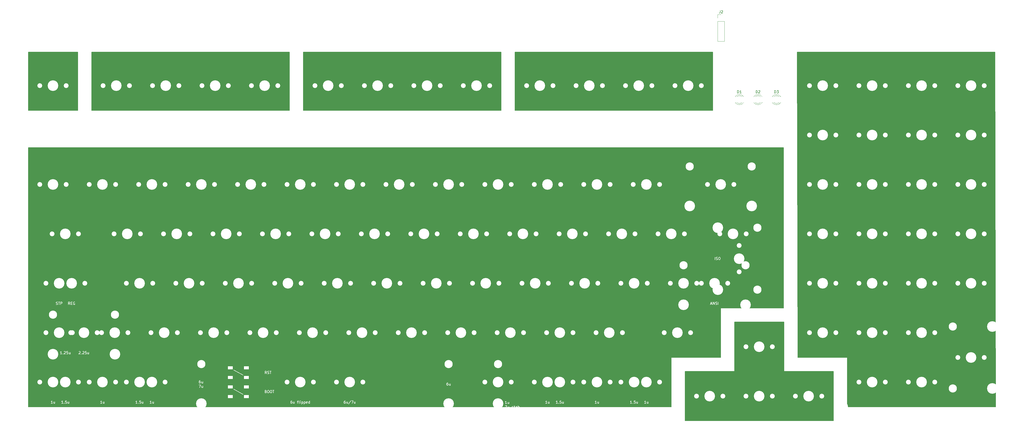
<source format=gbr>
G04 #@! TF.GenerationSoftware,KiCad,Pcbnew,(5.1.6)-1*
G04 #@! TF.CreationDate,2020-07-04T01:33:36+02:00*
G04 #@! TF.ProjectId,E80-1800-pcb-universal,4538302d-3138-4303-902d-7063622d756e,rev?*
G04 #@! TF.SameCoordinates,Original*
G04 #@! TF.FileFunction,Legend,Top*
G04 #@! TF.FilePolarity,Positive*
%FSLAX46Y46*%
G04 Gerber Fmt 4.6, Leading zero omitted, Abs format (unit mm)*
G04 Created by KiCad (PCBNEW (5.1.6)-1) date 2020-07-04 01:33:36*
%MOMM*%
%LPD*%
G01*
G04 APERTURE LIST*
%ADD10C,3.000000*%
%ADD11C,0.150000*%
%ADD12C,0.120000*%
%ADD13R,1.900000X1.200000*%
%ADD14C,4.100000*%
%ADD15C,1.900000*%
%ADD16R,1.900000X1.900000*%
%ADD17C,6.100000*%
%ADD18O,1.100000X2.200000*%
%ADD19C,0.750000*%
%ADD20O,1.100000X1.700000*%
%ADD21O,1.800000X1.800000*%
%ADD22R,1.800000X1.800000*%
%ADD23C,1.850000*%
%ADD24C,4.087800*%
%ADD25C,3.148000*%
G04 APERTURE END LIST*
D10*
G36*
X281432000Y-85725000D02*
G01*
X257175000Y-85725000D01*
X257175000Y-104775000D01*
X238125000Y-104775000D01*
X238125000Y-123825000D01*
X-9525000Y-123825000D01*
X-9500000Y-23881996D01*
X281432000Y-23870004D01*
X281432000Y-85725000D01*
G37*
X281432000Y-85725000D02*
X257175000Y-85725000D01*
X257175000Y-104775000D01*
X238125000Y-104775000D01*
X238125000Y-123825000D01*
X-9525000Y-123825000D01*
X-9500000Y-23881996D01*
X281432000Y-23870004D01*
X281432000Y-85725000D01*
G36*
X281583025Y-110132913D02*
G01*
X300633025Y-110132913D01*
X300633025Y-129182913D01*
X243483025Y-129182913D01*
X243483025Y-110132913D01*
X262533025Y-110132913D01*
X262533025Y-91082913D01*
X281583025Y-91082913D01*
X281583025Y-110132913D01*
G37*
X281583025Y-110132913D02*
X300633025Y-110132913D01*
X300633025Y-129182913D01*
X243483025Y-129182913D01*
X243483025Y-110132913D01*
X262533025Y-110132913D01*
X262533025Y-91082913D01*
X281583025Y-91082913D01*
X281583025Y-110132913D01*
G36*
X363140890Y-123825000D02*
G01*
X305990890Y-123825000D01*
X305990890Y-104775000D01*
X286940890Y-104775000D01*
X286686980Y13000000D01*
X362886980Y13000000D01*
X363140890Y-123825000D01*
G37*
X363140890Y-123825000D02*
X305990890Y-123825000D01*
X305990890Y-104775000D01*
X286940890Y-104775000D01*
X286686980Y13000000D01*
X362886980Y13000000D01*
X363140890Y-123825000D01*
G36*
X254198595Y-9525000D02*
G01*
X177998595Y-9525000D01*
X177998595Y13000000D01*
X254198595Y13000000D01*
X254198595Y-9525000D01*
G37*
X254198595Y-9525000D02*
X177998595Y-9525000D01*
X177998595Y13000000D01*
X254198595Y13000000D01*
X254198595Y-9525000D01*
G36*
X172640714Y-9525000D02*
G01*
X96440714Y-9525000D01*
X96440714Y13000000D01*
X172640714Y13000000D01*
X172640714Y-9525000D01*
G37*
X172640714Y-9525000D02*
X96440714Y-9525000D01*
X96440714Y13000000D01*
X172640714Y13000000D01*
X172640714Y-9525000D01*
G36*
X91082833Y-9525000D02*
G01*
X14882833Y-9525000D01*
X14882833Y13000000D01*
X91082833Y13000000D01*
X91082833Y-9525000D01*
G37*
X91082833Y-9525000D02*
X14882833Y-9525000D01*
X14882833Y13000000D01*
X91082833Y13000000D01*
X91082833Y-9525000D01*
G36*
X9525000Y-9525000D02*
G01*
X-9525000Y-9525000D01*
X-9525000Y13000000D01*
X9525000Y13000000D01*
X9525000Y-9525000D01*
G37*
X9525000Y-9525000D02*
X-9525000Y-9525000D01*
X-9525000Y13000000D01*
X9525000Y13000000D01*
X9525000Y-9525000D01*
D11*
X68830242Y-108009996D02*
X74030242Y-108009996D01*
X74030242Y-108009996D02*
X74030242Y-113209996D01*
X74030242Y-113209996D02*
X68830242Y-113209996D01*
X68830242Y-113209996D02*
X68830242Y-108009996D01*
X72430242Y-110609996D02*
G75*
G03*
X72430242Y-110609996I-1000000J0D01*
G01*
D12*
X277125992Y-4121792D02*
X277125992Y-4277792D01*
X277125992Y-6437792D02*
X277125992Y-6593792D01*
X279727122Y-6437629D02*
G75*
G02*
X277645031Y-6437792I-1041130J1079837D01*
G01*
X279727122Y-4277955D02*
G75*
G03*
X277645031Y-4277792I-1041130J-1079837D01*
G01*
X280358327Y-6436400D02*
G75*
G02*
X277125992Y-6593308I-1672335J1078608D01*
G01*
X280358327Y-4279184D02*
G75*
G03*
X277125992Y-4122276I-1672335J-1078608D01*
G01*
X269981992Y-4121792D02*
X269981992Y-4277792D01*
X269981992Y-6437792D02*
X269981992Y-6593792D01*
X272583122Y-6437629D02*
G75*
G02*
X270501031Y-6437792I-1041130J1079837D01*
G01*
X272583122Y-4277955D02*
G75*
G03*
X270501031Y-4277792I-1041130J-1079837D01*
G01*
X273214327Y-6436400D02*
G75*
G02*
X269981992Y-6593308I-1672335J1078608D01*
G01*
X273214327Y-4279184D02*
G75*
G03*
X269981992Y-4122276I-1672335J-1078608D01*
G01*
X262837992Y-4121792D02*
X262837992Y-4277792D01*
X262837992Y-6437792D02*
X262837992Y-6593792D01*
X265439122Y-6437629D02*
G75*
G02*
X263357031Y-6437792I-1041130J1079837D01*
G01*
X265439122Y-4277955D02*
G75*
G03*
X263357031Y-4277792I-1041130J-1079837D01*
G01*
X266070327Y-6436400D02*
G75*
G02*
X262837992Y-6593308I-1672335J1078608D01*
G01*
X266070327Y-4279184D02*
G75*
G03*
X262837992Y-4122276I-1672335J-1078608D01*
G01*
X256011390Y17148500D02*
X258671390Y17148500D01*
X256011390Y24828500D02*
X256011390Y17148500D01*
X258671390Y24828500D02*
X258671390Y17148500D01*
X256011390Y24828500D02*
X258671390Y24828500D01*
X256011390Y26098500D02*
X256011390Y27428500D01*
X256011390Y27428500D02*
X257341390Y27428500D01*
D11*
X72430242Y-117992422D02*
G75*
G03*
X72430242Y-117992422I-1000000J0D01*
G01*
X68830242Y-120592422D02*
X68830242Y-115392422D01*
X74030242Y-120592422D02*
X68830242Y-120592422D01*
X74030242Y-115392422D02*
X74030242Y-120592422D01*
X68830242Y-115392422D02*
X74030242Y-115392422D01*
X70096908Y-115078757D02*
X70239765Y-115126376D01*
X70477861Y-115126376D01*
X70573099Y-115078757D01*
X70620718Y-115031138D01*
X70668337Y-114935900D01*
X70668337Y-114840662D01*
X70620718Y-114745424D01*
X70573099Y-114697805D01*
X70477861Y-114650186D01*
X70287384Y-114602567D01*
X70192146Y-114554948D01*
X70144527Y-114507329D01*
X70096908Y-114412091D01*
X70096908Y-114316853D01*
X70144527Y-114221615D01*
X70192146Y-114173996D01*
X70287384Y-114126376D01*
X70525480Y-114126376D01*
X70668337Y-114173996D01*
X71001670Y-114126376D02*
X71239765Y-115126376D01*
X71430242Y-114412091D01*
X71620718Y-115126376D01*
X71858813Y-114126376D01*
X72763575Y-115126376D02*
X72192146Y-115126376D01*
X72477861Y-115126376D02*
X72477861Y-114126376D01*
X72382622Y-114269234D01*
X72287384Y-114364472D01*
X72192146Y-114412091D01*
X277947896Y-2850172D02*
X277947896Y-1850172D01*
X278185992Y-1850172D01*
X278328849Y-1897792D01*
X278424087Y-1993030D01*
X278471706Y-2088268D01*
X278519325Y-2278744D01*
X278519325Y-2421601D01*
X278471706Y-2612077D01*
X278424087Y-2707315D01*
X278328849Y-2802553D01*
X278185992Y-2850172D01*
X277947896Y-2850172D01*
X278852658Y-1850172D02*
X279471706Y-1850172D01*
X279138372Y-2231125D01*
X279281230Y-2231125D01*
X279376468Y-2278744D01*
X279424087Y-2326363D01*
X279471706Y-2421601D01*
X279471706Y-2659696D01*
X279424087Y-2754934D01*
X279376468Y-2802553D01*
X279281230Y-2850172D01*
X278995515Y-2850172D01*
X278900277Y-2802553D01*
X278852658Y-2754934D01*
X270803896Y-2850172D02*
X270803896Y-1850172D01*
X271041992Y-1850172D01*
X271184849Y-1897792D01*
X271280087Y-1993030D01*
X271327706Y-2088268D01*
X271375325Y-2278744D01*
X271375325Y-2421601D01*
X271327706Y-2612077D01*
X271280087Y-2707315D01*
X271184849Y-2802553D01*
X271041992Y-2850172D01*
X270803896Y-2850172D01*
X271756277Y-1945411D02*
X271803896Y-1897792D01*
X271899134Y-1850172D01*
X272137230Y-1850172D01*
X272232468Y-1897792D01*
X272280087Y-1945411D01*
X272327706Y-2040649D01*
X272327706Y-2135887D01*
X272280087Y-2278744D01*
X271708658Y-2850172D01*
X272327706Y-2850172D01*
X263659896Y-2850172D02*
X263659896Y-1850172D01*
X263897992Y-1850172D01*
X264040849Y-1897792D01*
X264136087Y-1993030D01*
X264183706Y-2088268D01*
X264231325Y-2278744D01*
X264231325Y-2421601D01*
X264183706Y-2612077D01*
X264136087Y-2707315D01*
X264040849Y-2802553D01*
X263897992Y-2850172D01*
X263659896Y-2850172D01*
X265183706Y-2850172D02*
X264612277Y-2850172D01*
X264897992Y-2850172D02*
X264897992Y-1850172D01*
X264802753Y-1993030D01*
X264707515Y-2088268D01*
X264612277Y-2135887D01*
X257008056Y28976119D02*
X257008056Y28261833D01*
X256960437Y28118976D01*
X256865199Y28023738D01*
X256722342Y27976119D01*
X256627104Y27976119D01*
X257436628Y28880880D02*
X257484247Y28928500D01*
X257579485Y28976119D01*
X257817580Y28976119D01*
X257912818Y28928500D01*
X257960437Y28880880D01*
X258008056Y28785642D01*
X258008056Y28690404D01*
X257960437Y28547547D01*
X257389009Y27976119D01*
X258008056Y27976119D01*
X70096908Y-122461183D02*
X70239765Y-122508802D01*
X70477861Y-122508802D01*
X70573099Y-122461183D01*
X70620718Y-122413564D01*
X70668337Y-122318326D01*
X70668337Y-122223088D01*
X70620718Y-122127850D01*
X70573099Y-122080231D01*
X70477861Y-122032612D01*
X70287384Y-121984993D01*
X70192146Y-121937374D01*
X70144527Y-121889755D01*
X70096908Y-121794517D01*
X70096908Y-121699279D01*
X70144527Y-121604041D01*
X70192146Y-121556422D01*
X70287384Y-121508802D01*
X70525480Y-121508802D01*
X70668337Y-121556422D01*
X71001670Y-121508802D02*
X71239765Y-122508802D01*
X71430242Y-121794517D01*
X71620718Y-122508802D01*
X71858813Y-121508802D01*
X72192146Y-121604041D02*
X72239765Y-121556422D01*
X72335003Y-121508802D01*
X72573099Y-121508802D01*
X72668337Y-121556422D01*
X72715956Y-121604041D01*
X72763575Y-121699279D01*
X72763575Y-121794517D01*
X72715956Y-121937374D01*
X72144527Y-122508802D01*
X72763575Y-122508802D01*
%LPC*%
D13*
X68330242Y-112459996D03*
X74530242Y-108759996D03*
X68330242Y-108759996D03*
X74530242Y-112459996D03*
D14*
X304204992Y-123824992D03*
D15*
X279955992Y-5357792D03*
D16*
X277415992Y-5357792D03*
D15*
X272811992Y-5357792D03*
D16*
X270271992Y-5357792D03*
D15*
X265667992Y-5357792D03*
D16*
X263127992Y-5357792D03*
D17*
X309194898Y21550008D03*
X241410992Y-19049992D03*
X49410992Y-19049992D03*
D18*
X320525890Y23646000D03*
X311885890Y23646000D03*
D19*
X313315890Y24176000D03*
D20*
X311885890Y27826000D03*
D19*
X319095890Y24176000D03*
D20*
X320525890Y27826000D03*
D21*
X257341390Y18478500D03*
X257341390Y21018500D03*
X257341390Y23558500D03*
D22*
X257341390Y26098500D03*
D23*
X7461250Y-76200000D03*
X-2698750Y-76200000D03*
D24*
X2381250Y-76200000D03*
X171450000Y-122555000D03*
D25*
X171450000Y-107315000D03*
D23*
X119380000Y-114300000D03*
X109220000Y-114300000D03*
D24*
X114300000Y-114300000D03*
D23*
X100330100Y-114300120D03*
X90170100Y-114300120D03*
D24*
X95250100Y-114300120D03*
D23*
X228917500Y-114300000D03*
X218757500Y-114300000D03*
D24*
X223837500Y-114300000D03*
D23*
X200342500Y-114300000D03*
X190182500Y-114300000D03*
D24*
X195262500Y-114300000D03*
D23*
X38417500Y-114300000D03*
X28257500Y-114300000D03*
D24*
X33337500Y-114300000D03*
D23*
X9842500Y-114300000D03*
X-317500Y-114300000D03*
D24*
X4762500Y-114300000D03*
X256063750Y-54737000D03*
X256063750Y-78613000D03*
D25*
X271303750Y-54737000D03*
X271303750Y-78613000D03*
D23*
X264318750Y-71755000D03*
X264318750Y-61595000D03*
D24*
X264318750Y-66675000D03*
X361870890Y-92837000D03*
X361870890Y-116713000D03*
D25*
X346630890Y-92837000D03*
X346630890Y-116713000D03*
D23*
X358695890Y-104775000D03*
X348535890Y-104775000D03*
D24*
X353615890Y-104775000D03*
D23*
X9842500Y-57150000D03*
X-317500Y-57150000D03*
D24*
X4762500Y-57150000D03*
D23*
X12223750Y-76200000D03*
X2063750Y-76200000D03*
D24*
X7143750Y-76200000D03*
D23*
X245586250Y-95250000D03*
X235426250Y-95250000D03*
D24*
X240506250Y-95250000D03*
D13*
X68330242Y-119842422D03*
X74530242Y-116142422D03*
X68330242Y-116142422D03*
X74530242Y-119842422D03*
D23*
X339645890Y-114300000D03*
X329485890Y-114300000D03*
D24*
X334565890Y-114300000D03*
D23*
X320595890Y-114300000D03*
X310435890Y-114300000D03*
D24*
X315515890Y-114300000D03*
D23*
X296188025Y-119657913D03*
X286028025Y-119657913D03*
D24*
X291108025Y-119657913D03*
D23*
X277138025Y-119657913D03*
X266978025Y-119657913D03*
D24*
X272058025Y-119657913D03*
D23*
X258088025Y-119657913D03*
X247928025Y-119657913D03*
D24*
X253008025Y-119657913D03*
D23*
X233680000Y-114300000D03*
X223520000Y-114300000D03*
D24*
X228600000Y-114300000D03*
D23*
X214630000Y-114300000D03*
X204470000Y-114300000D03*
D24*
X209550000Y-114300000D03*
D23*
X195580000Y-114300000D03*
X185420000Y-114300000D03*
D24*
X190500000Y-114300000D03*
D23*
X176530000Y-114300000D03*
X166370000Y-114300000D03*
D24*
X171450000Y-114300000D03*
X152400000Y-122555000D03*
X57150000Y-122555000D03*
D25*
X152400000Y-107315000D03*
X57150000Y-107315000D03*
D23*
X119380000Y-114300000D03*
X109220000Y-114300000D03*
D24*
X114300000Y-114300000D03*
D23*
X43180000Y-114300000D03*
X33020000Y-114300000D03*
D24*
X38100000Y-114300000D03*
D23*
X24130000Y-114300000D03*
X13970000Y-114300000D03*
D24*
X19050000Y-114300000D03*
D23*
X5080000Y-114300000D03*
X-5080000Y-114300000D03*
D24*
X0Y-114300000D03*
D23*
X339645890Y-95250000D03*
X329485890Y-95250000D03*
D24*
X334565890Y-95250000D03*
D23*
X320595890Y-95250000D03*
X310435890Y-95250000D03*
D24*
X315515890Y-95250000D03*
D23*
X301545890Y-95250000D03*
X291385890Y-95250000D03*
D24*
X296465890Y-95250000D03*
D23*
X277138025Y-100607913D03*
X266978025Y-100607913D03*
D24*
X272058025Y-100607913D03*
D23*
X219392500Y-95250000D03*
X209232500Y-95250000D03*
D24*
X214312500Y-95250000D03*
D23*
X200342500Y-95250000D03*
X190182500Y-95250000D03*
D24*
X195262500Y-95250000D03*
D23*
X181292500Y-95250000D03*
X171132500Y-95250000D03*
D24*
X176212500Y-95250000D03*
D23*
X162242500Y-95250000D03*
X152082500Y-95250000D03*
D24*
X157162500Y-95250000D03*
D23*
X143192500Y-95250000D03*
X133032500Y-95250000D03*
D24*
X138112500Y-95250000D03*
D23*
X124142500Y-95250000D03*
X113982500Y-95250000D03*
D24*
X119062500Y-95250000D03*
D23*
X105092500Y-95250000D03*
X94932500Y-95250000D03*
D24*
X100012500Y-95250000D03*
D23*
X86042500Y-95250000D03*
X75882500Y-95250000D03*
D24*
X80962500Y-95250000D03*
D23*
X66992500Y-95250000D03*
X56832500Y-95250000D03*
D24*
X61912500Y-95250000D03*
D23*
X47942500Y-95250000D03*
X37782500Y-95250000D03*
D24*
X42862500Y-95250000D03*
D23*
X28892500Y-95250000D03*
X18732500Y-95250000D03*
D24*
X23812500Y-95250000D03*
X23844250Y-103505000D03*
X-31750Y-103505000D03*
D25*
X23844250Y-88265000D03*
X-31750Y-88265000D03*
D23*
X16986250Y-95250000D03*
X6826250Y-95250000D03*
D24*
X11906250Y-95250000D03*
D23*
X7461250Y-95250000D03*
X-2698750Y-95250000D03*
D24*
X2381250Y-95250000D03*
D23*
X358695890Y-76200000D03*
X348535890Y-76200000D03*
D24*
X353615890Y-76200000D03*
D23*
X339645890Y-76200000D03*
X329485890Y-76200000D03*
D24*
X334565890Y-76200000D03*
D23*
X320595890Y-76200000D03*
X310435890Y-76200000D03*
D24*
X315515890Y-76200000D03*
D23*
X301545890Y-76200000D03*
X291385890Y-76200000D03*
D24*
X296465890Y-76200000D03*
X266731750Y-84455000D03*
X242855750Y-84455000D03*
D25*
X266731750Y-69215000D03*
X242855750Y-69215000D03*
D23*
X259873750Y-76200000D03*
X249713750Y-76200000D03*
D24*
X254793750Y-76200000D03*
D23*
X247967500Y-76200000D03*
X237807500Y-76200000D03*
D24*
X242887500Y-76200000D03*
D23*
X228917500Y-76200000D03*
X218757500Y-76200000D03*
D24*
X223837500Y-76200000D03*
D23*
X209867500Y-76200000D03*
X199707500Y-76200000D03*
D24*
X204787500Y-76200000D03*
D23*
X190817500Y-76200000D03*
X180657500Y-76200000D03*
D24*
X185737500Y-76200000D03*
D23*
X171767500Y-76200000D03*
X161607500Y-76200000D03*
D24*
X166687500Y-76200000D03*
D23*
X152717500Y-76200000D03*
X142557500Y-76200000D03*
D24*
X147637500Y-76200000D03*
D23*
X133667500Y-76200000D03*
X123507500Y-76200000D03*
D24*
X128587500Y-76200000D03*
D23*
X114617500Y-76200000D03*
X104457500Y-76200000D03*
D24*
X109537500Y-76200000D03*
D23*
X95567500Y-76200000D03*
X85407500Y-76200000D03*
D24*
X90487500Y-76200000D03*
D23*
X76517500Y-76200000D03*
X66357500Y-76200000D03*
D24*
X71437500Y-76200000D03*
D23*
X57467500Y-76200000D03*
X47307500Y-76200000D03*
D24*
X52387500Y-76200000D03*
D23*
X38417500Y-76200000D03*
X28257500Y-76200000D03*
D24*
X33337500Y-76200000D03*
D23*
X358695890Y-57150000D03*
X348535890Y-57150000D03*
D24*
X353615890Y-57150000D03*
D23*
X339645890Y-57150000D03*
X329485890Y-57150000D03*
D24*
X334565890Y-57150000D03*
D23*
X320595890Y-57150000D03*
X310435890Y-57150000D03*
D24*
X315515890Y-57150000D03*
D23*
X301545890Y-57150000D03*
X291385890Y-57150000D03*
D24*
X296465890Y-57150000D03*
D23*
X267017500Y-57150000D03*
X256857500Y-57150000D03*
D24*
X261937500Y-57150000D03*
D23*
X243205000Y-57150000D03*
X233045000Y-57150000D03*
D24*
X238125000Y-57150000D03*
D23*
X224155000Y-57150000D03*
X213995000Y-57150000D03*
D24*
X219075000Y-57150000D03*
D23*
X205105000Y-57150000D03*
X194945000Y-57150000D03*
D24*
X200025000Y-57150000D03*
D23*
X186055000Y-57150000D03*
X175895000Y-57150000D03*
D24*
X180975000Y-57150000D03*
D23*
X167005000Y-57150000D03*
X156845000Y-57150000D03*
D24*
X161925000Y-57150000D03*
D23*
X147955000Y-57150000D03*
X137795000Y-57150000D03*
D24*
X142875000Y-57150000D03*
D23*
X128905000Y-57150000D03*
X118745000Y-57150000D03*
D24*
X123825000Y-57150000D03*
D23*
X109855000Y-57150000D03*
X99695000Y-57150000D03*
D24*
X104775000Y-57150000D03*
D23*
X90805000Y-57150000D03*
X80645000Y-57150000D03*
D24*
X85725000Y-57150000D03*
D23*
X71755000Y-57150000D03*
X61595000Y-57150000D03*
D24*
X66675000Y-57150000D03*
D23*
X52705000Y-57150000D03*
X42545000Y-57150000D03*
D24*
X47625000Y-57150000D03*
D23*
X33655000Y-57150000D03*
X23495000Y-57150000D03*
D24*
X28575000Y-57150000D03*
D23*
X358695890Y-38100000D03*
X348535890Y-38100000D03*
D24*
X353615890Y-38100000D03*
D23*
X339645890Y-38100000D03*
X329485890Y-38100000D03*
D24*
X334565890Y-38100000D03*
D23*
X320595890Y-38100000D03*
X310435890Y-38100000D03*
D24*
X315515890Y-38100000D03*
D23*
X301545890Y-38100000D03*
X291385890Y-38100000D03*
D24*
X296465890Y-38100000D03*
X269113000Y-46355000D03*
X245237000Y-46355000D03*
D25*
X269113000Y-31115000D03*
X245237000Y-31115000D03*
D23*
X262255000Y-38100000D03*
X252095000Y-38100000D03*
D24*
X257175000Y-38100000D03*
D23*
X233680000Y-38100000D03*
X223520000Y-38100000D03*
D24*
X228600000Y-38100000D03*
D23*
X214630000Y-38100000D03*
X204470000Y-38100000D03*
D24*
X209550000Y-38100000D03*
D23*
X195580000Y-38100000D03*
X185420000Y-38100000D03*
D24*
X190500000Y-38100000D03*
D23*
X176530000Y-38100000D03*
X166370000Y-38100000D03*
D24*
X171450000Y-38100000D03*
D23*
X157480000Y-38100000D03*
X147320000Y-38100000D03*
D24*
X152400000Y-38100000D03*
D23*
X138430000Y-38100000D03*
X128270000Y-38100000D03*
D24*
X133350000Y-38100000D03*
D23*
X119380000Y-38100000D03*
X109220000Y-38100000D03*
D24*
X114300000Y-38100000D03*
D23*
X100330000Y-38100000D03*
X90170000Y-38100000D03*
D24*
X95250000Y-38100000D03*
D23*
X81280000Y-38100000D03*
X71120000Y-38100000D03*
D24*
X76200000Y-38100000D03*
D23*
X62230000Y-38100000D03*
X52070000Y-38100000D03*
D24*
X57150000Y-38100000D03*
D23*
X43180000Y-38100000D03*
X33020000Y-38100000D03*
D24*
X38100000Y-38100000D03*
D23*
X24130000Y-38100000D03*
X13970000Y-38100000D03*
D24*
X19050000Y-38100000D03*
D23*
X5080000Y-38100000D03*
X-5080000Y-38100000D03*
D24*
X0Y-38100000D03*
D23*
X358695890Y-19050000D03*
X348535890Y-19050000D03*
D24*
X353615890Y-19050000D03*
D23*
X339645890Y-19050000D03*
X329485890Y-19050000D03*
D24*
X334565890Y-19050000D03*
D23*
X320595890Y-19050000D03*
X310435890Y-19050000D03*
D24*
X315515890Y-19050000D03*
D23*
X301545890Y-19050000D03*
X291385890Y-19050000D03*
D24*
X296465890Y-19050000D03*
D23*
X358695890Y0D03*
X348535890Y0D03*
D24*
X353615890Y0D03*
D23*
X339645890Y0D03*
X329485890Y0D03*
D24*
X334565890Y0D03*
D23*
X320595890Y0D03*
X310435890Y0D03*
D24*
X315515890Y0D03*
D23*
X301545890Y0D03*
X291385890Y0D03*
D24*
X296465890Y0D03*
D23*
X249753595Y0D03*
X239593595Y0D03*
D24*
X244673595Y0D03*
D23*
X230703595Y0D03*
X220543595Y0D03*
D24*
X225623595Y0D03*
D23*
X211653595Y0D03*
X201493595Y0D03*
D24*
X206573595Y0D03*
D23*
X192603595Y0D03*
X182443595Y0D03*
D24*
X187523595Y0D03*
D23*
X168195714Y0D03*
X158035714Y0D03*
D24*
X163115714Y0D03*
D23*
X149145714Y0D03*
X138985714Y0D03*
D24*
X144065714Y0D03*
D23*
X130095714Y0D03*
X119935714Y0D03*
D24*
X125015714Y0D03*
D23*
X111045714Y0D03*
X100885714Y0D03*
D24*
X105965714Y0D03*
D23*
X86637833Y0D03*
X76477833Y0D03*
D24*
X81557833Y0D03*
D23*
X67587833Y0D03*
X57427833Y0D03*
D24*
X62507833Y0D03*
D23*
X48537833Y0D03*
X38377833Y0D03*
D24*
X43457833Y0D03*
D23*
X29487833Y0D03*
X19327833Y0D03*
D24*
X24407833Y0D03*
D23*
X5080000Y0D03*
X-5080000Y0D03*
D24*
X0Y0D03*
M02*

%LPC*%
G01*
G04 APERTURE LIST*
%ADD10C,0.150000*%
%ADD11C,0.200000*%
G04 APERTURE END LIST*
D10*
X69600000Y-117000000D02*
X73200000Y-119000000D01*
X69600000Y-109600000D02*
X73200000Y-111600000D01*
X253317559Y-84105799D02*
X253793750Y-84105799D01*
X253222321Y-84391513D02*
X253555654Y-83391513D01*
X253888988Y-84391513D01*
X254222321Y-84391513D02*
X254222321Y-83391513D01*
X254793750Y-84391513D01*
X254793750Y-83391513D01*
X255222321Y-84343894D02*
X255365178Y-84391513D01*
X255603273Y-84391513D01*
X255698511Y-84343894D01*
X255746130Y-84296275D01*
X255793750Y-84201037D01*
X255793750Y-84105799D01*
X255746130Y-84010561D01*
X255698511Y-83962942D01*
X255603273Y-83915323D01*
X255412797Y-83867704D01*
X255317559Y-83820085D01*
X255269940Y-83772466D01*
X255222321Y-83677228D01*
X255222321Y-83581990D01*
X255269940Y-83486752D01*
X255317559Y-83439133D01*
X255412797Y-83391513D01*
X255650892Y-83391513D01*
X255793750Y-83439133D01*
X256222321Y-84391513D02*
X256222321Y-83391513D01*
X254984375Y-67127436D02*
X254984375Y-66127436D01*
X255412946Y-67079817D02*
X255555803Y-67127436D01*
X255793898Y-67127436D01*
X255889136Y-67079817D01*
X255936755Y-67032198D01*
X255984375Y-66936960D01*
X255984375Y-66841722D01*
X255936755Y-66746484D01*
X255889136Y-66698865D01*
X255793898Y-66651246D01*
X255603422Y-66603627D01*
X255508184Y-66556008D01*
X255460565Y-66508389D01*
X255412946Y-66413151D01*
X255412946Y-66317913D01*
X255460565Y-66222675D01*
X255508184Y-66175056D01*
X255603422Y-66127436D01*
X255841517Y-66127436D01*
X255984375Y-66175056D01*
X256603422Y-66127436D02*
X256793898Y-66127436D01*
X256889136Y-66175056D01*
X256984375Y-66270294D01*
X257031994Y-66460770D01*
X257031994Y-66794103D01*
X256984375Y-66984579D01*
X256889136Y-67079817D01*
X256793898Y-67127436D01*
X256603422Y-67127436D01*
X256508184Y-67079817D01*
X256412946Y-66984579D01*
X256365327Y-66794103D01*
X256365327Y-66460770D01*
X256412946Y-66270294D01*
X256508184Y-66175056D01*
X256603422Y-66127436D01*
X6500892Y-84391513D02*
X6167559Y-83915323D01*
X5929464Y-84391513D02*
X5929464Y-83391513D01*
X6310416Y-83391513D01*
X6405654Y-83439133D01*
X6453273Y-83486752D01*
X6500892Y-83581990D01*
X6500892Y-83724847D01*
X6453273Y-83820085D01*
X6405654Y-83867704D01*
X6310416Y-83915323D01*
X5929464Y-83915323D01*
X6929464Y-83867704D02*
X7262797Y-83867704D01*
X7405654Y-84391513D02*
X6929464Y-84391513D01*
X6929464Y-83391513D01*
X7405654Y-83391513D01*
X8358035Y-83439133D02*
X8262797Y-83391513D01*
X8119940Y-83391513D01*
X7977083Y-83439133D01*
X7881845Y-83534371D01*
X7834226Y-83629609D01*
X7786607Y-83820085D01*
X7786607Y-83962942D01*
X7834226Y-84153418D01*
X7881845Y-84248656D01*
X7977083Y-84343894D01*
X8119940Y-84391513D01*
X8215178Y-84391513D01*
X8358035Y-84343894D01*
X8405654Y-84296275D01*
X8405654Y-83962942D01*
X8215178Y-83962942D01*
X3405357Y-103441529D02*
X2833928Y-103441529D01*
X3119642Y-103441529D02*
X3119642Y-102441529D01*
X3024404Y-102584387D01*
X2929166Y-102679625D01*
X2833928Y-102727244D01*
X3833928Y-103346291D02*
X3881547Y-103393910D01*
X3833928Y-103441529D01*
X3786309Y-103393910D01*
X3833928Y-103346291D01*
X3833928Y-103441529D01*
X4262500Y-102536768D02*
X4310119Y-102489149D01*
X4405357Y-102441529D01*
X4643452Y-102441529D01*
X4738690Y-102489149D01*
X4786309Y-102536768D01*
X4833928Y-102632006D01*
X4833928Y-102727244D01*
X4786309Y-102870101D01*
X4214880Y-103441529D01*
X4833928Y-103441529D01*
X5738690Y-102441529D02*
X5262500Y-102441529D01*
X5214880Y-102917720D01*
X5262500Y-102870101D01*
X5357738Y-102822482D01*
X5595833Y-102822482D01*
X5691071Y-102870101D01*
X5738690Y-102917720D01*
X5786309Y-103012958D01*
X5786309Y-103251053D01*
X5738690Y-103346291D01*
X5691071Y-103393910D01*
X5595833Y-103441529D01*
X5357738Y-103441529D01*
X5262500Y-103393910D01*
X5214880Y-103346291D01*
X6643452Y-102774863D02*
X6643452Y-103441529D01*
X6214880Y-102774863D02*
X6214880Y-103298672D01*
X6262500Y-103393910D01*
X6357738Y-103441529D01*
X6500595Y-103441529D01*
X6595833Y-103393910D01*
X6643452Y-103346291D01*
X1214583Y-84343894D02*
X1357440Y-84391513D01*
X1595535Y-84391513D01*
X1690773Y-84343894D01*
X1738392Y-84296275D01*
X1786011Y-84201037D01*
X1786011Y-84105799D01*
X1738392Y-84010561D01*
X1690773Y-83962942D01*
X1595535Y-83915323D01*
X1405059Y-83867704D01*
X1309821Y-83820085D01*
X1262202Y-83772466D01*
X1214583Y-83677228D01*
X1214583Y-83581990D01*
X1262202Y-83486752D01*
X1309821Y-83439133D01*
X1405059Y-83391513D01*
X1643154Y-83391513D01*
X1786011Y-83439133D01*
X2071726Y-83391513D02*
X2643154Y-83391513D01*
X2357440Y-84391513D02*
X2357440Y-83391513D01*
X2976488Y-84391513D02*
X2976488Y-83391513D01*
X3357440Y-83391513D01*
X3452678Y-83439133D01*
X3500297Y-83486752D01*
X3547916Y-83581990D01*
X3547916Y-83724847D01*
X3500297Y-83820085D01*
X3452678Y-83867704D01*
X3357440Y-83915323D01*
X2976488Y-83915323D01*
X9977678Y-102536768D02*
X10025297Y-102489149D01*
X10120535Y-102441529D01*
X10358630Y-102441529D01*
X10453869Y-102489149D01*
X10501488Y-102536768D01*
X10549107Y-102632006D01*
X10549107Y-102727244D01*
X10501488Y-102870101D01*
X9930059Y-103441529D01*
X10549107Y-103441529D01*
X10977678Y-103346291D02*
X11025297Y-103393910D01*
X10977678Y-103441529D01*
X10930059Y-103393910D01*
X10977678Y-103346291D01*
X10977678Y-103441529D01*
X11406250Y-102536768D02*
X11453869Y-102489149D01*
X11549107Y-102441529D01*
X11787202Y-102441529D01*
X11882440Y-102489149D01*
X11930059Y-102536768D01*
X11977678Y-102632006D01*
X11977678Y-102727244D01*
X11930059Y-102870101D01*
X11358630Y-103441529D01*
X11977678Y-103441529D01*
X12882440Y-102441529D02*
X12406250Y-102441529D01*
X12358630Y-102917720D01*
X12406250Y-102870101D01*
X12501488Y-102822482D01*
X12739583Y-102822482D01*
X12834821Y-102870101D01*
X12882440Y-102917720D01*
X12930059Y-103012958D01*
X12930059Y-103251053D01*
X12882440Y-103346291D01*
X12834821Y-103393910D01*
X12739583Y-103441529D01*
X12501488Y-103441529D01*
X12406250Y-103393910D01*
X12358630Y-103346291D01*
X13787202Y-102774863D02*
X13787202Y-103441529D01*
X13358630Y-102774863D02*
X13358630Y-103298672D01*
X13406250Y-103393910D01*
X13501488Y-103441529D01*
X13644345Y-103441529D01*
X13739583Y-103393910D01*
X13787202Y-103346291D01*
D11*
X152138095Y-114507380D02*
X151947619Y-114507380D01*
X151852380Y-114555000D01*
X151804761Y-114602619D01*
X151709523Y-114745476D01*
X151661904Y-114935952D01*
X151661904Y-115316904D01*
X151709523Y-115412142D01*
X151757142Y-115459761D01*
X151852380Y-115507380D01*
X152042857Y-115507380D01*
X152138095Y-115459761D01*
X152185714Y-115412142D01*
X152233333Y-115316904D01*
X152233333Y-115078809D01*
X152185714Y-114983571D01*
X152138095Y-114935952D01*
X152042857Y-114888333D01*
X151852380Y-114888333D01*
X151757142Y-114935952D01*
X151709523Y-114983571D01*
X151661904Y-115078809D01*
X153090476Y-114840714D02*
X153090476Y-115507380D01*
X152661904Y-114840714D02*
X152661904Y-115364523D01*
X152709523Y-115459761D01*
X152804761Y-115507380D01*
X152947619Y-115507380D01*
X153042857Y-115459761D01*
X153090476Y-115412142D01*
X56738095Y-113657380D02*
X56547619Y-113657380D01*
X56452380Y-113705000D01*
X56404761Y-113752619D01*
X56309523Y-113895476D01*
X56261904Y-114085952D01*
X56261904Y-114466904D01*
X56309523Y-114562142D01*
X56357142Y-114609761D01*
X56452380Y-114657380D01*
X56642857Y-114657380D01*
X56738095Y-114609761D01*
X56785714Y-114562142D01*
X56833333Y-114466904D01*
X56833333Y-114228809D01*
X56785714Y-114133571D01*
X56738095Y-114085952D01*
X56642857Y-114038333D01*
X56452380Y-114038333D01*
X56357142Y-114085952D01*
X56309523Y-114133571D01*
X56261904Y-114228809D01*
X57690476Y-113990714D02*
X57690476Y-114657380D01*
X57261904Y-113990714D02*
X57261904Y-114514523D01*
X57309523Y-114609761D01*
X57404761Y-114657380D01*
X57547619Y-114657380D01*
X57642857Y-114609761D01*
X57690476Y-114562142D01*
X56214285Y-115357380D02*
X56880952Y-115357380D01*
X56452380Y-116357380D01*
X57690476Y-115690714D02*
X57690476Y-116357380D01*
X57261904Y-115690714D02*
X57261904Y-116214523D01*
X57309523Y-116309761D01*
X57404761Y-116357380D01*
X57547619Y-116357380D01*
X57642857Y-116309761D01*
X57690476Y-116262142D01*
X81986607Y-117920993D02*
X82129464Y-117968612D01*
X82177083Y-118016231D01*
X82224702Y-118111469D01*
X82224702Y-118254326D01*
X82177083Y-118349564D01*
X82129464Y-118397183D01*
X82034226Y-118444802D01*
X81653273Y-118444802D01*
X81653273Y-117444802D01*
X81986607Y-117444802D01*
X82081845Y-117492422D01*
X82129464Y-117540041D01*
X82177083Y-117635279D01*
X82177083Y-117730517D01*
X82129464Y-117825755D01*
X82081845Y-117873374D01*
X81986607Y-117920993D01*
X81653273Y-117920993D01*
X82843750Y-117444802D02*
X83034226Y-117444802D01*
X83129464Y-117492422D01*
X83224702Y-117587660D01*
X83272321Y-117778136D01*
X83272321Y-118111469D01*
X83224702Y-118301945D01*
X83129464Y-118397183D01*
X83034226Y-118444802D01*
X82843750Y-118444802D01*
X82748511Y-118397183D01*
X82653273Y-118301945D01*
X82605654Y-118111469D01*
X82605654Y-117778136D01*
X82653273Y-117587660D01*
X82748511Y-117492422D01*
X82843750Y-117444802D01*
X83891369Y-117444802D02*
X84081845Y-117444802D01*
X84177083Y-117492422D01*
X84272321Y-117587660D01*
X84319940Y-117778136D01*
X84319940Y-118111469D01*
X84272321Y-118301945D01*
X84177083Y-118397183D01*
X84081845Y-118444802D01*
X83891369Y-118444802D01*
X83796130Y-118397183D01*
X83700892Y-118301945D01*
X83653273Y-118111469D01*
X83653273Y-117778136D01*
X83700892Y-117587660D01*
X83796130Y-117492422D01*
X83891369Y-117444802D01*
X84605654Y-117444802D02*
X85177083Y-117444802D01*
X84891369Y-118444802D02*
X84891369Y-117444802D01*
X82252380Y-111062376D02*
X81919047Y-110586186D01*
X81680952Y-111062376D02*
X81680952Y-110062376D01*
X82061904Y-110062376D01*
X82157142Y-110109996D01*
X82204761Y-110157615D01*
X82252380Y-110252853D01*
X82252380Y-110395710D01*
X82204761Y-110490948D01*
X82157142Y-110538567D01*
X82061904Y-110586186D01*
X81680952Y-110586186D01*
X82633333Y-111014757D02*
X82776190Y-111062376D01*
X83014285Y-111062376D01*
X83109523Y-111014757D01*
X83157142Y-110967138D01*
X83204761Y-110871900D01*
X83204761Y-110776662D01*
X83157142Y-110681424D01*
X83109523Y-110633805D01*
X83014285Y-110586186D01*
X82823809Y-110538567D01*
X82728571Y-110490948D01*
X82680952Y-110443329D01*
X82633333Y-110348091D01*
X82633333Y-110252853D01*
X82680952Y-110157615D01*
X82728571Y-110109996D01*
X82823809Y-110062376D01*
X83061904Y-110062376D01*
X83204761Y-110109996D01*
X83490476Y-110062376D02*
X84061904Y-110062376D01*
X83776190Y-111062376D02*
X83776190Y-110062376D01*
X228433333Y-122491545D02*
X227861904Y-122491545D01*
X228147619Y-122491545D02*
X228147619Y-121491545D01*
X228052380Y-121634403D01*
X227957142Y-121729641D01*
X227861904Y-121777260D01*
X229290476Y-121824879D02*
X229290476Y-122491545D01*
X228861904Y-121824879D02*
X228861904Y-122348688D01*
X228909523Y-122443926D01*
X229004761Y-122491545D01*
X229147619Y-122491545D01*
X229242857Y-122443926D01*
X229290476Y-122396307D01*
X222956547Y-122491545D02*
X222385119Y-122491545D01*
X222670833Y-122491545D02*
X222670833Y-121491545D01*
X222575595Y-121634403D01*
X222480357Y-121729641D01*
X222385119Y-121777260D01*
X223385119Y-122396307D02*
X223432738Y-122443926D01*
X223385119Y-122491545D01*
X223337500Y-122443926D01*
X223385119Y-122396307D01*
X223385119Y-122491545D01*
X224337500Y-121491545D02*
X223861309Y-121491545D01*
X223813690Y-121967736D01*
X223861309Y-121920117D01*
X223956547Y-121872498D01*
X224194642Y-121872498D01*
X224289880Y-121920117D01*
X224337500Y-121967736D01*
X224385119Y-122062974D01*
X224385119Y-122301069D01*
X224337500Y-122396307D01*
X224289880Y-122443926D01*
X224194642Y-122491545D01*
X223956547Y-122491545D01*
X223861309Y-122443926D01*
X223813690Y-122396307D01*
X225242261Y-121824879D02*
X225242261Y-122491545D01*
X224813690Y-121824879D02*
X224813690Y-122348688D01*
X224861309Y-122443926D01*
X224956547Y-122491545D01*
X225099404Y-122491545D01*
X225194642Y-122443926D01*
X225242261Y-122396307D01*
X209383333Y-122491545D02*
X208811904Y-122491545D01*
X209097619Y-122491545D02*
X209097619Y-121491545D01*
X209002380Y-121634403D01*
X208907142Y-121729641D01*
X208811904Y-121777260D01*
X210240476Y-121824879D02*
X210240476Y-122491545D01*
X209811904Y-121824879D02*
X209811904Y-122348688D01*
X209859523Y-122443926D01*
X209954761Y-122491545D01*
X210097619Y-122491545D01*
X210192857Y-122443926D01*
X210240476Y-122396307D01*
X194381547Y-122491545D02*
X193810119Y-122491545D01*
X194095833Y-122491545D02*
X194095833Y-121491545D01*
X194000595Y-121634403D01*
X193905357Y-121729641D01*
X193810119Y-121777260D01*
X194810119Y-122396307D02*
X194857738Y-122443926D01*
X194810119Y-122491545D01*
X194762500Y-122443926D01*
X194810119Y-122396307D01*
X194810119Y-122491545D01*
X195762500Y-121491545D02*
X195286309Y-121491545D01*
X195238690Y-121967736D01*
X195286309Y-121920117D01*
X195381547Y-121872498D01*
X195619642Y-121872498D01*
X195714880Y-121920117D01*
X195762500Y-121967736D01*
X195810119Y-122062974D01*
X195810119Y-122301069D01*
X195762500Y-122396307D01*
X195714880Y-122443926D01*
X195619642Y-122491545D01*
X195381547Y-122491545D01*
X195286309Y-122443926D01*
X195238690Y-122396307D01*
X196667261Y-121824879D02*
X196667261Y-122491545D01*
X196238690Y-121824879D02*
X196238690Y-122348688D01*
X196286309Y-122443926D01*
X196381547Y-122491545D01*
X196524404Y-122491545D01*
X196619642Y-122443926D01*
X196667261Y-122396307D01*
X190333333Y-122491545D02*
X189761904Y-122491545D01*
X190047619Y-122491545D02*
X190047619Y-121491545D01*
X189952380Y-121634403D01*
X189857142Y-121729641D01*
X189761904Y-121777260D01*
X191190476Y-121824879D02*
X191190476Y-122491545D01*
X190761904Y-121824879D02*
X190761904Y-122348688D01*
X190809523Y-122443926D01*
X190904761Y-122491545D01*
X191047619Y-122491545D01*
X191142857Y-122443926D01*
X191190476Y-122396307D01*
X174791904Y-122602380D02*
X174220476Y-122602380D01*
X174506190Y-122602380D02*
X174506190Y-121602380D01*
X174410952Y-121745238D01*
X174315714Y-121840476D01*
X174220476Y-121888095D01*
X175649047Y-121935714D02*
X175649047Y-122602380D01*
X175220476Y-121935714D02*
X175220476Y-122459523D01*
X175268095Y-122554761D01*
X175363333Y-122602380D01*
X175506190Y-122602380D01*
X175601428Y-122554761D01*
X175649047Y-122507142D01*
X174172857Y-123302380D02*
X174839523Y-123302380D01*
X174410952Y-124302380D01*
X175649047Y-123635714D02*
X175649047Y-124302380D01*
X175220476Y-123635714D02*
X175220476Y-124159523D01*
X175268095Y-124254761D01*
X175363333Y-124302380D01*
X175506190Y-124302380D01*
X175601428Y-124254761D01*
X175649047Y-124207142D01*
X176839523Y-124254761D02*
X176934761Y-124302380D01*
X177125238Y-124302380D01*
X177220476Y-124254761D01*
X177268095Y-124159523D01*
X177268095Y-124111904D01*
X177220476Y-124016666D01*
X177125238Y-123969047D01*
X176982380Y-123969047D01*
X176887142Y-123921428D01*
X176839523Y-123826190D01*
X176839523Y-123778571D01*
X176887142Y-123683333D01*
X176982380Y-123635714D01*
X177125238Y-123635714D01*
X177220476Y-123683333D01*
X177553809Y-123635714D02*
X177934761Y-123635714D01*
X177696666Y-123302380D02*
X177696666Y-124159523D01*
X177744285Y-124254761D01*
X177839523Y-124302380D01*
X177934761Y-124302380D01*
X178696666Y-124302380D02*
X178696666Y-123778571D01*
X178649047Y-123683333D01*
X178553809Y-123635714D01*
X178363333Y-123635714D01*
X178268095Y-123683333D01*
X178696666Y-124254761D02*
X178601428Y-124302380D01*
X178363333Y-124302380D01*
X178268095Y-124254761D01*
X178220476Y-124159523D01*
X178220476Y-124064285D01*
X178268095Y-123969047D01*
X178363333Y-123921428D01*
X178601428Y-123921428D01*
X178696666Y-123873809D01*
X179172857Y-124302380D02*
X179172857Y-123302380D01*
X179172857Y-123683333D02*
X179268095Y-123635714D01*
X179458571Y-123635714D01*
X179553809Y-123683333D01*
X179601428Y-123730952D01*
X179649047Y-123826190D01*
X179649047Y-124111904D01*
X179601428Y-124207142D01*
X179553809Y-124254761D01*
X179458571Y-124302380D01*
X179268095Y-124302380D01*
X179172857Y-124254761D01*
X112585714Y-121491545D02*
X112395238Y-121491545D01*
X112300000Y-121539165D01*
X112252380Y-121586784D01*
X112157142Y-121729641D01*
X112109523Y-121920117D01*
X112109523Y-122301069D01*
X112157142Y-122396307D01*
X112204761Y-122443926D01*
X112300000Y-122491545D01*
X112490476Y-122491545D01*
X112585714Y-122443926D01*
X112633333Y-122396307D01*
X112680952Y-122301069D01*
X112680952Y-122062974D01*
X112633333Y-121967736D01*
X112585714Y-121920117D01*
X112490476Y-121872498D01*
X112300000Y-121872498D01*
X112204761Y-121920117D01*
X112157142Y-121967736D01*
X112109523Y-122062974D01*
X113538095Y-121824879D02*
X113538095Y-122491545D01*
X113109523Y-121824879D02*
X113109523Y-122348688D01*
X113157142Y-122443926D01*
X113252380Y-122491545D01*
X113395238Y-122491545D01*
X113490476Y-122443926D01*
X113538095Y-122396307D01*
X114728571Y-121443926D02*
X113871428Y-122729641D01*
X114966666Y-121491545D02*
X115633333Y-121491545D01*
X115204761Y-122491545D01*
X116442857Y-121824879D02*
X116442857Y-122491545D01*
X116014285Y-121824879D02*
X116014285Y-122348688D01*
X116061904Y-122443926D01*
X116157142Y-122491545D01*
X116300000Y-122491545D01*
X116395238Y-122443926D01*
X116442857Y-122396307D01*
X92035714Y-121491545D02*
X91845238Y-121491545D01*
X91750000Y-121539165D01*
X91702380Y-121586784D01*
X91607142Y-121729641D01*
X91559523Y-121920117D01*
X91559523Y-122301069D01*
X91607142Y-122396307D01*
X91654761Y-122443926D01*
X91750000Y-122491545D01*
X91940476Y-122491545D01*
X92035714Y-122443926D01*
X92083333Y-122396307D01*
X92130952Y-122301069D01*
X92130952Y-122062974D01*
X92083333Y-121967736D01*
X92035714Y-121920117D01*
X91940476Y-121872498D01*
X91750000Y-121872498D01*
X91654761Y-121920117D01*
X91607142Y-121967736D01*
X91559523Y-122062974D01*
X92988095Y-121824879D02*
X92988095Y-122491545D01*
X92559523Y-121824879D02*
X92559523Y-122348688D01*
X92607142Y-122443926D01*
X92702380Y-122491545D01*
X92845238Y-122491545D01*
X92940476Y-122443926D01*
X92988095Y-122396307D01*
X94083333Y-121824879D02*
X94464285Y-121824879D01*
X94226190Y-122491545D02*
X94226190Y-121634403D01*
X94273809Y-121539165D01*
X94369047Y-121491545D01*
X94464285Y-121491545D01*
X94940476Y-122491545D02*
X94845238Y-122443926D01*
X94797619Y-122348688D01*
X94797619Y-121491545D01*
X95321428Y-122491545D02*
X95321428Y-121824879D01*
X95321428Y-121491545D02*
X95273809Y-121539165D01*
X95321428Y-121586784D01*
X95369047Y-121539165D01*
X95321428Y-121491545D01*
X95321428Y-121586784D01*
X95797619Y-121824879D02*
X95797619Y-122824879D01*
X95797619Y-121872498D02*
X95892857Y-121824879D01*
X96083333Y-121824879D01*
X96178571Y-121872498D01*
X96226190Y-121920117D01*
X96273809Y-122015355D01*
X96273809Y-122301069D01*
X96226190Y-122396307D01*
X96178571Y-122443926D01*
X96083333Y-122491545D01*
X95892857Y-122491545D01*
X95797619Y-122443926D01*
X96702380Y-121824879D02*
X96702380Y-122824879D01*
X96702380Y-121872498D02*
X96797619Y-121824879D01*
X96988095Y-121824879D01*
X97083333Y-121872498D01*
X97130952Y-121920117D01*
X97178571Y-122015355D01*
X97178571Y-122301069D01*
X97130952Y-122396307D01*
X97083333Y-122443926D01*
X96988095Y-122491545D01*
X96797619Y-122491545D01*
X96702380Y-122443926D01*
X97988095Y-122443926D02*
X97892857Y-122491545D01*
X97702380Y-122491545D01*
X97607142Y-122443926D01*
X97559523Y-122348688D01*
X97559523Y-121967736D01*
X97607142Y-121872498D01*
X97702380Y-121824879D01*
X97892857Y-121824879D01*
X97988095Y-121872498D01*
X98035714Y-121967736D01*
X98035714Y-122062974D01*
X97559523Y-122158212D01*
X98892857Y-122491545D02*
X98892857Y-121491545D01*
X98892857Y-122443926D02*
X98797619Y-122491545D01*
X98607142Y-122491545D01*
X98511904Y-122443926D01*
X98464285Y-122396307D01*
X98416666Y-122301069D01*
X98416666Y-122015355D01*
X98464285Y-121920117D01*
X98511904Y-121872498D01*
X98607142Y-121824879D01*
X98797619Y-121824879D01*
X98892857Y-121872498D01*
X37933333Y-122491545D02*
X37361904Y-122491545D01*
X37647619Y-122491545D02*
X37647619Y-121491545D01*
X37552380Y-121634403D01*
X37457142Y-121729641D01*
X37361904Y-121777260D01*
X38790476Y-121824879D02*
X38790476Y-122491545D01*
X38361904Y-121824879D02*
X38361904Y-122348688D01*
X38409523Y-122443926D01*
X38504761Y-122491545D01*
X38647619Y-122491545D01*
X38742857Y-122443926D01*
X38790476Y-122396307D01*
X32456547Y-122491545D02*
X31885119Y-122491545D01*
X32170833Y-122491545D02*
X32170833Y-121491545D01*
X32075595Y-121634403D01*
X31980357Y-121729641D01*
X31885119Y-121777260D01*
X32885119Y-122396307D02*
X32932738Y-122443926D01*
X32885119Y-122491545D01*
X32837500Y-122443926D01*
X32885119Y-122396307D01*
X32885119Y-122491545D01*
X33837500Y-121491545D02*
X33361309Y-121491545D01*
X33313690Y-121967736D01*
X33361309Y-121920117D01*
X33456547Y-121872498D01*
X33694642Y-121872498D01*
X33789880Y-121920117D01*
X33837500Y-121967736D01*
X33885119Y-122062974D01*
X33885119Y-122301069D01*
X33837500Y-122396307D01*
X33789880Y-122443926D01*
X33694642Y-122491545D01*
X33456547Y-122491545D01*
X33361309Y-122443926D01*
X33313690Y-122396307D01*
X34742261Y-121824879D02*
X34742261Y-122491545D01*
X34313690Y-121824879D02*
X34313690Y-122348688D01*
X34361309Y-122443926D01*
X34456547Y-122491545D01*
X34599404Y-122491545D01*
X34694642Y-122443926D01*
X34742261Y-122396307D01*
X18883333Y-122491545D02*
X18311904Y-122491545D01*
X18597619Y-122491545D02*
X18597619Y-121491545D01*
X18502380Y-121634403D01*
X18407142Y-121729641D01*
X18311904Y-121777260D01*
X19740476Y-121824879D02*
X19740476Y-122491545D01*
X19311904Y-121824879D02*
X19311904Y-122348688D01*
X19359523Y-122443926D01*
X19454761Y-122491545D01*
X19597619Y-122491545D01*
X19692857Y-122443926D01*
X19740476Y-122396307D01*
X3881547Y-122491545D02*
X3310119Y-122491545D01*
X3595833Y-122491545D02*
X3595833Y-121491545D01*
X3500595Y-121634403D01*
X3405357Y-121729641D01*
X3310119Y-121777260D01*
X4310119Y-122396307D02*
X4357738Y-122443926D01*
X4310119Y-122491545D01*
X4262500Y-122443926D01*
X4310119Y-122396307D01*
X4310119Y-122491545D01*
X5262500Y-121491545D02*
X4786309Y-121491545D01*
X4738690Y-121967736D01*
X4786309Y-121920117D01*
X4881547Y-121872498D01*
X5119642Y-121872498D01*
X5214880Y-121920117D01*
X5262500Y-121967736D01*
X5310119Y-122062974D01*
X5310119Y-122301069D01*
X5262500Y-122396307D01*
X5214880Y-122443926D01*
X5119642Y-122491545D01*
X4881547Y-122491545D01*
X4786309Y-122443926D01*
X4738690Y-122396307D01*
X6167261Y-121824879D02*
X6167261Y-122491545D01*
X5738690Y-121824879D02*
X5738690Y-122348688D01*
X5786309Y-122443926D01*
X5881547Y-122491545D01*
X6024404Y-122491545D01*
X6119642Y-122443926D01*
X6167261Y-122396307D01*
X-166666Y-122491545D02*
X-738095Y-122491545D01*
X-452380Y-122491545D02*
X-452380Y-121491545D01*
X-547619Y-121634403D01*
X-642857Y-121729641D01*
X-738095Y-121777260D01*
X690476Y-121824879D02*
X690476Y-122491545D01*
X261904Y-121824879D02*
X261904Y-122348688D01*
X309523Y-122443926D01*
X404761Y-122491545D01*
X547619Y-122491545D01*
X642857Y-122443926D01*
X690476Y-122396307D01*
M02*

</source>
